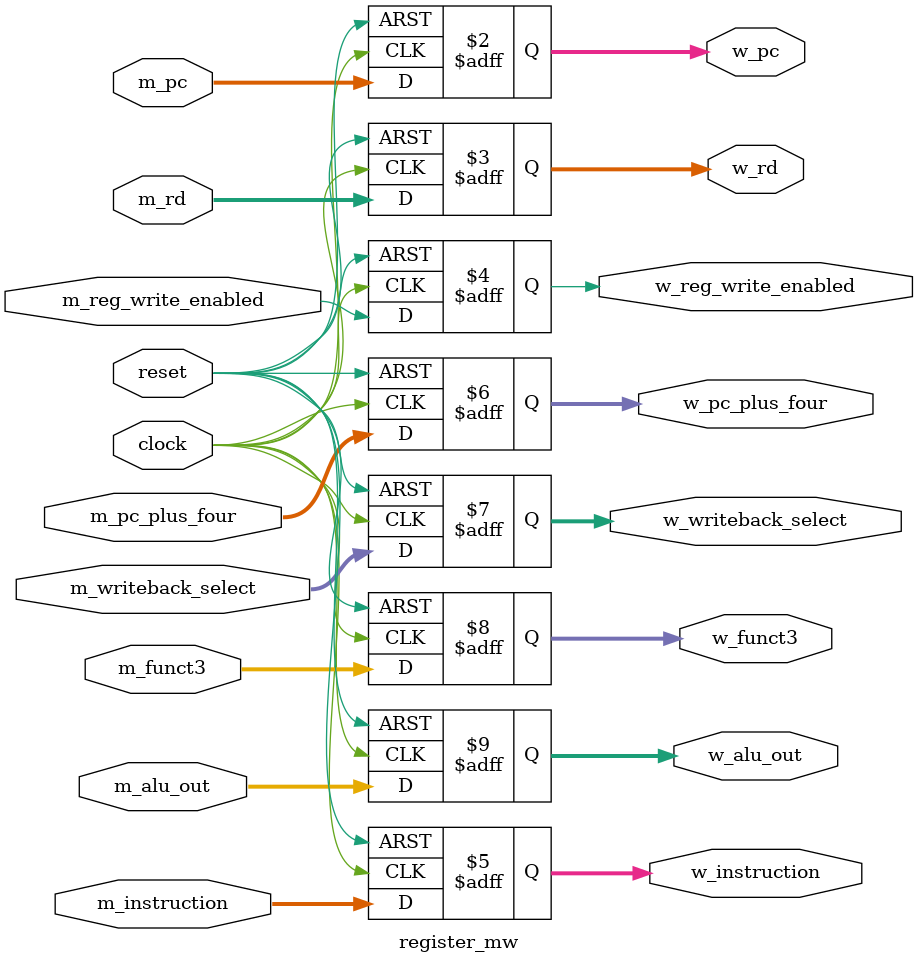
<source format=v>
module register_mw (
    input clock,
    input reset,
    input [31:0] m_pc,
    input [4:0] m_rd,
    input m_reg_write_enabled,
    input [31:0] m_instruction,

    input [31:0] m_pc_plus_four,
    input [1:0] m_writeback_select,
    input [2:0] m_funct3,
    input [31:0] m_alu_out,
  
    output reg [31:0] w_pc,
    output reg [4:0] w_rd,
    output reg w_reg_write_enabled,
    output reg [31:0] w_instruction,
    
    output reg [31:0] w_pc_plus_four,
    output reg [1:0] w_writeback_select,
    output reg [2:0] w_funct3,
    output reg [31:0] w_alu_out
);

always @(posedge clock, posedge reset) begin
    if (reset) begin
        w_pc <= 0;
        w_rd <= 0;
        w_reg_write_enabled <= 0;
        w_instruction <= 0;
        w_pc_plus_four <= 0;
        w_writeback_select <= 0;
        w_funct3 <= 0;
        w_alu_out <= 0;
    end else begin
        w_pc <= m_pc;
        w_rd <= m_rd;
        w_reg_write_enabled <= m_reg_write_enabled;
        w_instruction <= m_instruction;
        w_pc_plus_four <= m_pc_plus_four;
        w_writeback_select <= m_writeback_select;
        w_funct3 <= m_funct3;
        w_alu_out <= m_alu_out;
    end
end

endmodule
</source>
